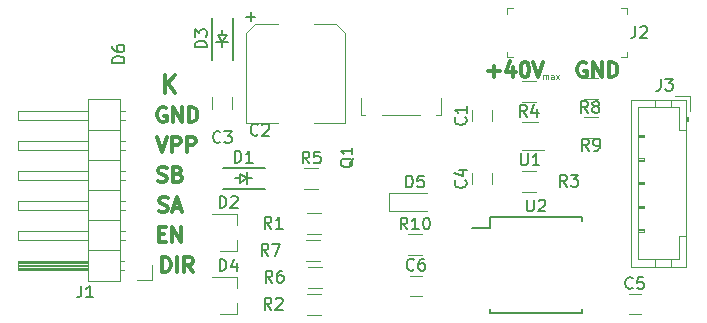
<source format=gbr>
G04 #@! TF.GenerationSoftware,KiCad,Pcbnew,(5.1.0)-1*
G04 #@! TF.CreationDate,2019-04-29T13:19:31-04:00*
G04 #@! TF.ProjectId,ifx9201sg-h-bridge-board,69667839-3230-4317-9367-2d682d627269,--*
G04 #@! TF.SameCoordinates,Original*
G04 #@! TF.FileFunction,Legend,Top*
G04 #@! TF.FilePolarity,Positive*
%FSLAX46Y46*%
G04 Gerber Fmt 4.6, Leading zero omitted, Abs format (unit mm)*
G04 Created by KiCad (PCBNEW (5.1.0)-1) date 2019-04-29 13:19:31*
%MOMM*%
%LPD*%
G04 APERTURE LIST*
%ADD10C,0.300000*%
%ADD11C,0.095250*%
%ADD12C,0.120000*%
%ADD13C,0.150000*%
%ADD14C,0.100000*%
G04 APERTURE END LIST*
D10*
X130417142Y-98468571D02*
X130417142Y-96968571D01*
X131274285Y-98468571D02*
X130631428Y-97611428D01*
X131274285Y-96968571D02*
X130417142Y-97825714D01*
D11*
X162414857Y-97257809D02*
X162414857Y-96919142D01*
X162414857Y-96967523D02*
X162439047Y-96943333D01*
X162487428Y-96919142D01*
X162560000Y-96919142D01*
X162608380Y-96943333D01*
X162632571Y-96991714D01*
X162632571Y-97257809D01*
X162632571Y-96991714D02*
X162656761Y-96943333D01*
X162705142Y-96919142D01*
X162777714Y-96919142D01*
X162826095Y-96943333D01*
X162850285Y-96991714D01*
X162850285Y-97257809D01*
X163309904Y-97257809D02*
X163309904Y-96991714D01*
X163285714Y-96943333D01*
X163237333Y-96919142D01*
X163140571Y-96919142D01*
X163092190Y-96943333D01*
X163309904Y-97233619D02*
X163261523Y-97257809D01*
X163140571Y-97257809D01*
X163092190Y-97233619D01*
X163068000Y-97185238D01*
X163068000Y-97136857D01*
X163092190Y-97088476D01*
X163140571Y-97064285D01*
X163261523Y-97064285D01*
X163309904Y-97040095D01*
X163503428Y-97257809D02*
X163769523Y-96919142D01*
X163503428Y-96919142D02*
X163769523Y-97257809D01*
D10*
X157782380Y-96610714D02*
X158750000Y-96610714D01*
X158266190Y-97094523D02*
X158266190Y-96126904D01*
X159899047Y-96247857D02*
X159899047Y-97094523D01*
X159596666Y-95764047D02*
X159294285Y-96671190D01*
X160080476Y-96671190D01*
X160806190Y-95824523D02*
X160927142Y-95824523D01*
X161048095Y-95885000D01*
X161108571Y-95945476D01*
X161169047Y-96066428D01*
X161229523Y-96308333D01*
X161229523Y-96610714D01*
X161169047Y-96852619D01*
X161108571Y-96973571D01*
X161048095Y-97034047D01*
X160927142Y-97094523D01*
X160806190Y-97094523D01*
X160685238Y-97034047D01*
X160624761Y-96973571D01*
X160564285Y-96852619D01*
X160503809Y-96610714D01*
X160503809Y-96308333D01*
X160564285Y-96066428D01*
X160624761Y-95945476D01*
X160685238Y-95885000D01*
X160806190Y-95824523D01*
X161592380Y-95824523D02*
X162015714Y-97094523D01*
X162439047Y-95824523D01*
X166037380Y-95885000D02*
X165916428Y-95824523D01*
X165735000Y-95824523D01*
X165553571Y-95885000D01*
X165432619Y-96005952D01*
X165372142Y-96126904D01*
X165311666Y-96368809D01*
X165311666Y-96550238D01*
X165372142Y-96792142D01*
X165432619Y-96913095D01*
X165553571Y-97034047D01*
X165735000Y-97094523D01*
X165855952Y-97094523D01*
X166037380Y-97034047D01*
X166097857Y-96973571D01*
X166097857Y-96550238D01*
X165855952Y-96550238D01*
X166642142Y-97094523D02*
X166642142Y-95824523D01*
X167367857Y-97094523D01*
X167367857Y-95824523D01*
X167972619Y-97094523D02*
X167972619Y-95824523D01*
X168275000Y-95824523D01*
X168456428Y-95885000D01*
X168577380Y-96005952D01*
X168637857Y-96126904D01*
X168698333Y-96368809D01*
X168698333Y-96550238D01*
X168637857Y-96792142D01*
X168577380Y-96913095D01*
X168456428Y-97034047D01*
X168275000Y-97094523D01*
X167972619Y-97094523D01*
X130175000Y-113604523D02*
X130175000Y-112334523D01*
X130477380Y-112334523D01*
X130658809Y-112395000D01*
X130779761Y-112515952D01*
X130840238Y-112636904D01*
X130900714Y-112878809D01*
X130900714Y-113060238D01*
X130840238Y-113302142D01*
X130779761Y-113423095D01*
X130658809Y-113544047D01*
X130477380Y-113604523D01*
X130175000Y-113604523D01*
X131445000Y-113604523D02*
X131445000Y-112334523D01*
X132775476Y-113604523D02*
X132352142Y-112999761D01*
X132049761Y-113604523D02*
X132049761Y-112334523D01*
X132533571Y-112334523D01*
X132654523Y-112395000D01*
X132715000Y-112455476D01*
X132775476Y-112576428D01*
X132775476Y-112757857D01*
X132715000Y-112878809D01*
X132654523Y-112939285D01*
X132533571Y-112999761D01*
X132049761Y-112999761D01*
X129872619Y-110399285D02*
X130295952Y-110399285D01*
X130477380Y-111064523D02*
X129872619Y-111064523D01*
X129872619Y-109794523D01*
X130477380Y-109794523D01*
X131021666Y-111064523D02*
X131021666Y-109794523D01*
X131747380Y-111064523D01*
X131747380Y-109794523D01*
X129902857Y-108464047D02*
X130084285Y-108524523D01*
X130386666Y-108524523D01*
X130507619Y-108464047D01*
X130568095Y-108403571D01*
X130628571Y-108282619D01*
X130628571Y-108161666D01*
X130568095Y-108040714D01*
X130507619Y-107980238D01*
X130386666Y-107919761D01*
X130144761Y-107859285D01*
X130023809Y-107798809D01*
X129963333Y-107738333D01*
X129902857Y-107617380D01*
X129902857Y-107496428D01*
X129963333Y-107375476D01*
X130023809Y-107315000D01*
X130144761Y-107254523D01*
X130447142Y-107254523D01*
X130628571Y-107315000D01*
X131112380Y-108161666D02*
X131717142Y-108161666D01*
X130991428Y-108524523D02*
X131414761Y-107254523D01*
X131838095Y-108524523D01*
X129812142Y-105924047D02*
X129993571Y-105984523D01*
X130295952Y-105984523D01*
X130416904Y-105924047D01*
X130477380Y-105863571D01*
X130537857Y-105742619D01*
X130537857Y-105621666D01*
X130477380Y-105500714D01*
X130416904Y-105440238D01*
X130295952Y-105379761D01*
X130054047Y-105319285D01*
X129933095Y-105258809D01*
X129872619Y-105198333D01*
X129812142Y-105077380D01*
X129812142Y-104956428D01*
X129872619Y-104835476D01*
X129933095Y-104775000D01*
X130054047Y-104714523D01*
X130356428Y-104714523D01*
X130537857Y-104775000D01*
X131505476Y-105319285D02*
X131686904Y-105379761D01*
X131747380Y-105440238D01*
X131807857Y-105561190D01*
X131807857Y-105742619D01*
X131747380Y-105863571D01*
X131686904Y-105924047D01*
X131565952Y-105984523D01*
X131082142Y-105984523D01*
X131082142Y-104714523D01*
X131505476Y-104714523D01*
X131626428Y-104775000D01*
X131686904Y-104835476D01*
X131747380Y-104956428D01*
X131747380Y-105077380D01*
X131686904Y-105198333D01*
X131626428Y-105258809D01*
X131505476Y-105319285D01*
X131082142Y-105319285D01*
X129751666Y-102174523D02*
X130175000Y-103444523D01*
X130598333Y-102174523D01*
X131021666Y-103444523D02*
X131021666Y-102174523D01*
X131505476Y-102174523D01*
X131626428Y-102235000D01*
X131686904Y-102295476D01*
X131747380Y-102416428D01*
X131747380Y-102597857D01*
X131686904Y-102718809D01*
X131626428Y-102779285D01*
X131505476Y-102839761D01*
X131021666Y-102839761D01*
X132291666Y-103444523D02*
X132291666Y-102174523D01*
X132775476Y-102174523D01*
X132896428Y-102235000D01*
X132956904Y-102295476D01*
X133017380Y-102416428D01*
X133017380Y-102597857D01*
X132956904Y-102718809D01*
X132896428Y-102779285D01*
X132775476Y-102839761D01*
X132291666Y-102839761D01*
X130477380Y-99695000D02*
X130356428Y-99634523D01*
X130175000Y-99634523D01*
X129993571Y-99695000D01*
X129872619Y-99815952D01*
X129812142Y-99936904D01*
X129751666Y-100178809D01*
X129751666Y-100360238D01*
X129812142Y-100602142D01*
X129872619Y-100723095D01*
X129993571Y-100844047D01*
X130175000Y-100904523D01*
X130295952Y-100904523D01*
X130477380Y-100844047D01*
X130537857Y-100783571D01*
X130537857Y-100360238D01*
X130295952Y-100360238D01*
X131082142Y-100904523D02*
X131082142Y-99634523D01*
X131807857Y-100904523D01*
X131807857Y-99634523D01*
X132412619Y-100904523D02*
X132412619Y-99634523D01*
X132715000Y-99634523D01*
X132896428Y-99695000D01*
X133017380Y-99815952D01*
X133077857Y-99936904D01*
X133138333Y-100178809D01*
X133138333Y-100360238D01*
X133077857Y-100602142D01*
X133017380Y-100723095D01*
X132896428Y-100844047D01*
X132715000Y-100904523D01*
X132412619Y-100904523D01*
D12*
X129286000Y-114300000D02*
X128016000Y-114300000D01*
X129286000Y-113030000D02*
X129286000Y-114300000D01*
X126973071Y-99950000D02*
X126576000Y-99950000D01*
X126973071Y-100710000D02*
X126576000Y-100710000D01*
X117916000Y-99950000D02*
X123916000Y-99950000D01*
X117916000Y-100710000D02*
X117916000Y-99950000D01*
X123916000Y-100710000D02*
X117916000Y-100710000D01*
X126576000Y-101600000D02*
X123916000Y-101600000D01*
X126973071Y-102490000D02*
X126576000Y-102490000D01*
X126973071Y-103250000D02*
X126576000Y-103250000D01*
X117916000Y-102490000D02*
X123916000Y-102490000D01*
X117916000Y-103250000D02*
X117916000Y-102490000D01*
X123916000Y-103250000D02*
X117916000Y-103250000D01*
X126576000Y-104140000D02*
X123916000Y-104140000D01*
X126973071Y-105030000D02*
X126576000Y-105030000D01*
X126973071Y-105790000D02*
X126576000Y-105790000D01*
X117916000Y-105030000D02*
X123916000Y-105030000D01*
X117916000Y-105790000D02*
X117916000Y-105030000D01*
X123916000Y-105790000D02*
X117916000Y-105790000D01*
X126576000Y-106680000D02*
X123916000Y-106680000D01*
X126973071Y-107570000D02*
X126576000Y-107570000D01*
X126973071Y-108330000D02*
X126576000Y-108330000D01*
X117916000Y-107570000D02*
X123916000Y-107570000D01*
X117916000Y-108330000D02*
X117916000Y-107570000D01*
X123916000Y-108330000D02*
X117916000Y-108330000D01*
X126576000Y-109220000D02*
X123916000Y-109220000D01*
X126973071Y-110110000D02*
X126576000Y-110110000D01*
X126973071Y-110870000D02*
X126576000Y-110870000D01*
X117916000Y-110110000D02*
X123916000Y-110110000D01*
X117916000Y-110870000D02*
X117916000Y-110110000D01*
X123916000Y-110870000D02*
X117916000Y-110870000D01*
X126576000Y-111760000D02*
X123916000Y-111760000D01*
X126906000Y-112650000D02*
X126576000Y-112650000D01*
X126906000Y-113410000D02*
X126576000Y-113410000D01*
X123916000Y-112750000D02*
X117916000Y-112750000D01*
X123916000Y-112870000D02*
X117916000Y-112870000D01*
X123916000Y-112990000D02*
X117916000Y-112990000D01*
X123916000Y-113110000D02*
X117916000Y-113110000D01*
X123916000Y-113230000D02*
X117916000Y-113230000D01*
X123916000Y-113350000D02*
X117916000Y-113350000D01*
X117916000Y-112650000D02*
X123916000Y-112650000D01*
X117916000Y-113410000D02*
X117916000Y-112650000D01*
X123916000Y-113410000D02*
X117916000Y-113410000D01*
X123916000Y-114360000D02*
X126576000Y-114360000D01*
X123916000Y-99000000D02*
X123916000Y-114360000D01*
X126576000Y-99000000D02*
X123916000Y-99000000D01*
X126576000Y-114360000D02*
X126576000Y-99000000D01*
X158076000Y-100850000D02*
X158076000Y-99850000D01*
X156376000Y-99850000D02*
X156376000Y-100850000D01*
X145668000Y-93344000D02*
X145668000Y-100964000D01*
X144908000Y-92584000D02*
X145668000Y-93344000D01*
X137288000Y-93344000D02*
X138048000Y-92584000D01*
X137288000Y-100964000D02*
X137288000Y-93344000D01*
X138048000Y-92584000D02*
X139968000Y-92584000D01*
X144908000Y-92584000D02*
X142988000Y-92584000D01*
X145668000Y-100964000D02*
X142988000Y-100964000D01*
X137288000Y-100964000D02*
X139968000Y-100964000D01*
X136105000Y-99794000D02*
X136105000Y-98794000D01*
X134405000Y-98794000D02*
X134405000Y-99794000D01*
X156376000Y-105184000D02*
X156376000Y-106184000D01*
X158076000Y-106184000D02*
X158076000Y-105184000D01*
X169660000Y-117182000D02*
X170660000Y-117182000D01*
X170660000Y-115482000D02*
X169660000Y-115482000D01*
X151138000Y-115658000D02*
X152138000Y-115658000D01*
X152138000Y-113958000D02*
X151138000Y-113958000D01*
D13*
X138830000Y-106564000D02*
X135290000Y-106564000D01*
X138830000Y-104764000D02*
X135290000Y-104764000D01*
X137347500Y-106172000D02*
X137347500Y-105156000D01*
X136712500Y-105283000D02*
X137347500Y-105664000D01*
X136712500Y-106045000D02*
X136712500Y-105283000D01*
X137347500Y-105664000D02*
X136712500Y-106045000D01*
X137728500Y-105664000D02*
X137347500Y-105664000D01*
X136712500Y-105664000D02*
X136331500Y-105664000D01*
D12*
X136523000Y-111816000D02*
X136523000Y-110886000D01*
X136523000Y-108656000D02*
X136523000Y-109586000D01*
X136523000Y-108656000D02*
X134363000Y-108656000D01*
X136523000Y-111816000D02*
X135063000Y-111816000D01*
D13*
X135255000Y-93532500D02*
X135255000Y-93151500D01*
X135255000Y-94548500D02*
X135255000Y-94167500D01*
X135255000Y-94167500D02*
X134874000Y-93532500D01*
X134874000Y-93532500D02*
X135636000Y-93532500D01*
X135636000Y-93532500D02*
X135255000Y-94167500D01*
X134747000Y-94167500D02*
X135763000Y-94167500D01*
X136155000Y-95650000D02*
X136155000Y-92110000D01*
X134355000Y-95650000D02*
X134355000Y-92110000D01*
D12*
X136523000Y-117150000D02*
X135063000Y-117150000D01*
X136523000Y-113990000D02*
X134363000Y-113990000D01*
X136523000Y-113990000D02*
X136523000Y-114920000D01*
X136523000Y-117150000D02*
X136523000Y-116220000D01*
X149358000Y-106946000D02*
X149358000Y-108446000D01*
X149358000Y-106946000D02*
X152558000Y-106946000D01*
X152558000Y-108446000D02*
X149358000Y-108446000D01*
D14*
X159325000Y-91245000D02*
X159325000Y-91745000D01*
X159325000Y-91245000D02*
X159825000Y-91245000D01*
X159325000Y-95445000D02*
X159325000Y-94945000D01*
X159325000Y-95445000D02*
X159825000Y-95445000D01*
X169525000Y-95445000D02*
X169025000Y-95445000D01*
X169525000Y-95445000D02*
X169525000Y-94945000D01*
X169525000Y-91245000D02*
X169525000Y-91745000D01*
X169525000Y-91245000D02*
X169025000Y-91245000D01*
D12*
X174820000Y-98742000D02*
X173570000Y-98742000D01*
X174820000Y-99992000D02*
X174820000Y-98742000D01*
X170420000Y-110092000D02*
X170920000Y-110092000D01*
X170920000Y-110192000D02*
X170420000Y-110192000D01*
X170920000Y-109992000D02*
X170920000Y-110192000D01*
X170420000Y-109992000D02*
X170920000Y-109992000D01*
X170420000Y-108092000D02*
X170920000Y-108092000D01*
X170920000Y-108192000D02*
X170420000Y-108192000D01*
X170920000Y-107992000D02*
X170920000Y-108192000D01*
X170420000Y-107992000D02*
X170920000Y-107992000D01*
X170420000Y-106092000D02*
X170920000Y-106092000D01*
X170920000Y-106192000D02*
X170420000Y-106192000D01*
X170920000Y-105992000D02*
X170920000Y-106192000D01*
X170420000Y-105992000D02*
X170920000Y-105992000D01*
X170420000Y-104092000D02*
X170920000Y-104092000D01*
X170920000Y-104192000D02*
X170420000Y-104192000D01*
X170920000Y-103992000D02*
X170920000Y-104192000D01*
X170420000Y-103992000D02*
X170920000Y-103992000D01*
X170420000Y-102092000D02*
X170920000Y-102092000D01*
X170920000Y-102192000D02*
X170420000Y-102192000D01*
X170920000Y-101992000D02*
X170920000Y-102192000D01*
X170420000Y-101992000D02*
X170920000Y-101992000D01*
X174620000Y-100792000D02*
X174620000Y-100492000D01*
X174720000Y-100492000D02*
X174520000Y-100492000D01*
X174720000Y-100792000D02*
X174720000Y-100492000D01*
X174520000Y-100792000D02*
X174720000Y-100792000D01*
X171920000Y-113142000D02*
X171920000Y-112542000D01*
X173220000Y-113142000D02*
X173220000Y-112542000D01*
X171920000Y-99042000D02*
X171920000Y-99642000D01*
X173220000Y-99042000D02*
X173220000Y-99642000D01*
X173920000Y-110592000D02*
X174520000Y-110592000D01*
X173920000Y-112542000D02*
X173920000Y-110592000D01*
X170420000Y-112542000D02*
X173920000Y-112542000D01*
X170420000Y-99642000D02*
X170420000Y-112542000D01*
X173920000Y-99642000D02*
X170420000Y-99642000D01*
X173920000Y-101592000D02*
X173920000Y-99642000D01*
X174520000Y-101592000D02*
X173920000Y-101592000D01*
X174520000Y-113142000D02*
X174520000Y-99042000D01*
X169820000Y-113142000D02*
X174520000Y-113142000D01*
X169820000Y-99042000D02*
X169820000Y-113142000D01*
X174520000Y-99042000D02*
X169820000Y-99042000D01*
X153768000Y-100350000D02*
X153368000Y-100350000D01*
X153768000Y-98850000D02*
X153768000Y-100350000D01*
X151968000Y-100350000D02*
X148768000Y-100350000D01*
X146968000Y-100350000D02*
X146968000Y-98850000D01*
X147318000Y-100350000D02*
X146968000Y-100350000D01*
X143649000Y-110354000D02*
X142449000Y-110354000D01*
X142449000Y-108594000D02*
X143649000Y-108594000D01*
X142449000Y-115452000D02*
X143649000Y-115452000D01*
X143649000Y-117212000D02*
X142449000Y-117212000D01*
X161810000Y-106798000D02*
X160610000Y-106798000D01*
X160610000Y-105038000D02*
X161810000Y-105038000D01*
X160610000Y-97418000D02*
X161810000Y-97418000D01*
X161810000Y-99178000D02*
X160610000Y-99178000D01*
X143395000Y-106544000D02*
X142195000Y-106544000D01*
X142195000Y-104784000D02*
X143395000Y-104784000D01*
X142529000Y-113166000D02*
X143729000Y-113166000D01*
X143729000Y-114926000D02*
X142529000Y-114926000D01*
X142355000Y-110880000D02*
X143555000Y-110880000D01*
X143555000Y-112640000D02*
X142355000Y-112640000D01*
X167050000Y-98924000D02*
X165850000Y-98924000D01*
X165850000Y-97164000D02*
X167050000Y-97164000D01*
X165850000Y-100466000D02*
X167050000Y-100466000D01*
X167050000Y-102226000D02*
X165850000Y-102226000D01*
X150958000Y-110372000D02*
X152158000Y-110372000D01*
X152158000Y-112132000D02*
X150958000Y-112132000D01*
X161990000Y-100948000D02*
X160590000Y-100948000D01*
X160590000Y-103268000D02*
X162490000Y-103268000D01*
D13*
X157923000Y-108949600D02*
X157923000Y-109904600D01*
X165673000Y-108949600D02*
X165673000Y-109304600D01*
X165673000Y-117059600D02*
X165673000Y-116704600D01*
X157923000Y-117059600D02*
X157923000Y-116704600D01*
X157923000Y-108949600D02*
X165673000Y-108949600D01*
X157923000Y-117059600D02*
X165673000Y-117059600D01*
X157923000Y-109904600D02*
X156398000Y-109904600D01*
X123297666Y-114752380D02*
X123297666Y-115466666D01*
X123250047Y-115609523D01*
X123154809Y-115704761D01*
X123011952Y-115752380D01*
X122916714Y-115752380D01*
X124297666Y-115752380D02*
X123726238Y-115752380D01*
X124011952Y-115752380D02*
X124011952Y-114752380D01*
X123916714Y-114895238D01*
X123821476Y-114990476D01*
X123726238Y-115038095D01*
X155833142Y-100516666D02*
X155880761Y-100564285D01*
X155928380Y-100707142D01*
X155928380Y-100802380D01*
X155880761Y-100945238D01*
X155785523Y-101040476D01*
X155690285Y-101088095D01*
X155499809Y-101135714D01*
X155356952Y-101135714D01*
X155166476Y-101088095D01*
X155071238Y-101040476D01*
X154976000Y-100945238D01*
X154928380Y-100802380D01*
X154928380Y-100707142D01*
X154976000Y-100564285D01*
X155023619Y-100516666D01*
X155928380Y-99564285D02*
X155928380Y-100135714D01*
X155928380Y-99850000D02*
X154928380Y-99850000D01*
X155071238Y-99945238D01*
X155166476Y-100040476D01*
X155214095Y-100135714D01*
X138263333Y-101957142D02*
X138215714Y-102004761D01*
X138072857Y-102052380D01*
X137977619Y-102052380D01*
X137834761Y-102004761D01*
X137739523Y-101909523D01*
X137691904Y-101814285D01*
X137644285Y-101623809D01*
X137644285Y-101480952D01*
X137691904Y-101290476D01*
X137739523Y-101195238D01*
X137834761Y-101100000D01*
X137977619Y-101052380D01*
X138072857Y-101052380D01*
X138215714Y-101100000D01*
X138263333Y-101147619D01*
X138644285Y-101147619D02*
X138691904Y-101100000D01*
X138787142Y-101052380D01*
X139025238Y-101052380D01*
X139120476Y-101100000D01*
X139168095Y-101147619D01*
X139215714Y-101242857D01*
X139215714Y-101338095D01*
X139168095Y-101480952D01*
X138596666Y-102052380D01*
X139215714Y-102052380D01*
X137649428Y-92374952D02*
X137649428Y-91613047D01*
X138030380Y-91994000D02*
X137268476Y-91994000D01*
X135088333Y-102592142D02*
X135040714Y-102639761D01*
X134897857Y-102687380D01*
X134802619Y-102687380D01*
X134659761Y-102639761D01*
X134564523Y-102544523D01*
X134516904Y-102449285D01*
X134469285Y-102258809D01*
X134469285Y-102115952D01*
X134516904Y-101925476D01*
X134564523Y-101830238D01*
X134659761Y-101735000D01*
X134802619Y-101687380D01*
X134897857Y-101687380D01*
X135040714Y-101735000D01*
X135088333Y-101782619D01*
X135421666Y-101687380D02*
X136040714Y-101687380D01*
X135707380Y-102068333D01*
X135850238Y-102068333D01*
X135945476Y-102115952D01*
X135993095Y-102163571D01*
X136040714Y-102258809D01*
X136040714Y-102496904D01*
X135993095Y-102592142D01*
X135945476Y-102639761D01*
X135850238Y-102687380D01*
X135564523Y-102687380D01*
X135469285Y-102639761D01*
X135421666Y-102592142D01*
X155833142Y-105850666D02*
X155880761Y-105898285D01*
X155928380Y-106041142D01*
X155928380Y-106136380D01*
X155880761Y-106279238D01*
X155785523Y-106374476D01*
X155690285Y-106422095D01*
X155499809Y-106469714D01*
X155356952Y-106469714D01*
X155166476Y-106422095D01*
X155071238Y-106374476D01*
X154976000Y-106279238D01*
X154928380Y-106136380D01*
X154928380Y-106041142D01*
X154976000Y-105898285D01*
X155023619Y-105850666D01*
X155261714Y-104993523D02*
X155928380Y-104993523D01*
X154880761Y-105231619D02*
X155595047Y-105469714D01*
X155595047Y-104850666D01*
X169993333Y-114939142D02*
X169945714Y-114986761D01*
X169802857Y-115034380D01*
X169707619Y-115034380D01*
X169564761Y-114986761D01*
X169469523Y-114891523D01*
X169421904Y-114796285D01*
X169374285Y-114605809D01*
X169374285Y-114462952D01*
X169421904Y-114272476D01*
X169469523Y-114177238D01*
X169564761Y-114082000D01*
X169707619Y-114034380D01*
X169802857Y-114034380D01*
X169945714Y-114082000D01*
X169993333Y-114129619D01*
X170898095Y-114034380D02*
X170421904Y-114034380D01*
X170374285Y-114510571D01*
X170421904Y-114462952D01*
X170517142Y-114415333D01*
X170755238Y-114415333D01*
X170850476Y-114462952D01*
X170898095Y-114510571D01*
X170945714Y-114605809D01*
X170945714Y-114843904D01*
X170898095Y-114939142D01*
X170850476Y-114986761D01*
X170755238Y-115034380D01*
X170517142Y-115034380D01*
X170421904Y-114986761D01*
X170374285Y-114939142D01*
X151471333Y-113387142D02*
X151423714Y-113434761D01*
X151280857Y-113482380D01*
X151185619Y-113482380D01*
X151042761Y-113434761D01*
X150947523Y-113339523D01*
X150899904Y-113244285D01*
X150852285Y-113053809D01*
X150852285Y-112910952D01*
X150899904Y-112720476D01*
X150947523Y-112625238D01*
X151042761Y-112530000D01*
X151185619Y-112482380D01*
X151280857Y-112482380D01*
X151423714Y-112530000D01*
X151471333Y-112577619D01*
X152328476Y-112482380D02*
X152138000Y-112482380D01*
X152042761Y-112530000D01*
X151995142Y-112577619D01*
X151899904Y-112720476D01*
X151852285Y-112910952D01*
X151852285Y-113291904D01*
X151899904Y-113387142D01*
X151947523Y-113434761D01*
X152042761Y-113482380D01*
X152233238Y-113482380D01*
X152328476Y-113434761D01*
X152376095Y-113387142D01*
X152423714Y-113291904D01*
X152423714Y-113053809D01*
X152376095Y-112958571D01*
X152328476Y-112910952D01*
X152233238Y-112863333D01*
X152042761Y-112863333D01*
X151947523Y-112910952D01*
X151899904Y-112958571D01*
X151852285Y-113053809D01*
X136291904Y-104338380D02*
X136291904Y-103338380D01*
X136530000Y-103338380D01*
X136672857Y-103386000D01*
X136768095Y-103481238D01*
X136815714Y-103576476D01*
X136863333Y-103766952D01*
X136863333Y-103909809D01*
X136815714Y-104100285D01*
X136768095Y-104195523D01*
X136672857Y-104290761D01*
X136530000Y-104338380D01*
X136291904Y-104338380D01*
X137815714Y-104338380D02*
X137244285Y-104338380D01*
X137530000Y-104338380D02*
X137530000Y-103338380D01*
X137434761Y-103481238D01*
X137339523Y-103576476D01*
X137244285Y-103624095D01*
X135024904Y-108188380D02*
X135024904Y-107188380D01*
X135263000Y-107188380D01*
X135405857Y-107236000D01*
X135501095Y-107331238D01*
X135548714Y-107426476D01*
X135596333Y-107616952D01*
X135596333Y-107759809D01*
X135548714Y-107950285D01*
X135501095Y-108045523D01*
X135405857Y-108140761D01*
X135263000Y-108188380D01*
X135024904Y-108188380D01*
X135977285Y-107283619D02*
X136024904Y-107236000D01*
X136120142Y-107188380D01*
X136358238Y-107188380D01*
X136453476Y-107236000D01*
X136501095Y-107283619D01*
X136548714Y-107378857D01*
X136548714Y-107474095D01*
X136501095Y-107616952D01*
X135929666Y-108188380D01*
X136548714Y-108188380D01*
X133929380Y-94588095D02*
X132929380Y-94588095D01*
X132929380Y-94350000D01*
X132977000Y-94207142D01*
X133072238Y-94111904D01*
X133167476Y-94064285D01*
X133357952Y-94016666D01*
X133500809Y-94016666D01*
X133691285Y-94064285D01*
X133786523Y-94111904D01*
X133881761Y-94207142D01*
X133929380Y-94350000D01*
X133929380Y-94588095D01*
X132929380Y-93683333D02*
X132929380Y-93064285D01*
X133310333Y-93397619D01*
X133310333Y-93254761D01*
X133357952Y-93159523D01*
X133405571Y-93111904D01*
X133500809Y-93064285D01*
X133738904Y-93064285D01*
X133834142Y-93111904D01*
X133881761Y-93159523D01*
X133929380Y-93254761D01*
X133929380Y-93540476D01*
X133881761Y-93635714D01*
X133834142Y-93683333D01*
X135024904Y-113522380D02*
X135024904Y-112522380D01*
X135263000Y-112522380D01*
X135405857Y-112570000D01*
X135501095Y-112665238D01*
X135548714Y-112760476D01*
X135596333Y-112950952D01*
X135596333Y-113093809D01*
X135548714Y-113284285D01*
X135501095Y-113379523D01*
X135405857Y-113474761D01*
X135263000Y-113522380D01*
X135024904Y-113522380D01*
X136453476Y-112855714D02*
X136453476Y-113522380D01*
X136215380Y-112474761D02*
X135977285Y-113189047D01*
X136596333Y-113189047D01*
X150819904Y-106448380D02*
X150819904Y-105448380D01*
X151058000Y-105448380D01*
X151200857Y-105496000D01*
X151296095Y-105591238D01*
X151343714Y-105686476D01*
X151391333Y-105876952D01*
X151391333Y-106019809D01*
X151343714Y-106210285D01*
X151296095Y-106305523D01*
X151200857Y-106400761D01*
X151058000Y-106448380D01*
X150819904Y-106448380D01*
X152296095Y-105448380D02*
X151819904Y-105448380D01*
X151772285Y-105924571D01*
X151819904Y-105876952D01*
X151915142Y-105829333D01*
X152153238Y-105829333D01*
X152248476Y-105876952D01*
X152296095Y-105924571D01*
X152343714Y-106019809D01*
X152343714Y-106257904D01*
X152296095Y-106353142D01*
X152248476Y-106400761D01*
X152153238Y-106448380D01*
X151915142Y-106448380D01*
X151819904Y-106400761D01*
X151772285Y-106353142D01*
X126944380Y-95901735D02*
X125944380Y-95901735D01*
X125944380Y-95663640D01*
X125992000Y-95520782D01*
X126087238Y-95425544D01*
X126182476Y-95377925D01*
X126372952Y-95330306D01*
X126515809Y-95330306D01*
X126706285Y-95377925D01*
X126801523Y-95425544D01*
X126896761Y-95520782D01*
X126944380Y-95663640D01*
X126944380Y-95901735D01*
X125944380Y-94473163D02*
X125944380Y-94663640D01*
X125992000Y-94758878D01*
X126039619Y-94806497D01*
X126182476Y-94901735D01*
X126372952Y-94949354D01*
X126753904Y-94949354D01*
X126849142Y-94901735D01*
X126896761Y-94854116D01*
X126944380Y-94758878D01*
X126944380Y-94568401D01*
X126896761Y-94473163D01*
X126849142Y-94425544D01*
X126753904Y-94377925D01*
X126515809Y-94377925D01*
X126420571Y-94425544D01*
X126372952Y-94473163D01*
X126325333Y-94568401D01*
X126325333Y-94758878D01*
X126372952Y-94854116D01*
X126420571Y-94901735D01*
X126515809Y-94949354D01*
X170227666Y-92797380D02*
X170227666Y-93511666D01*
X170180047Y-93654523D01*
X170084809Y-93749761D01*
X169941952Y-93797380D01*
X169846714Y-93797380D01*
X170656238Y-92892619D02*
X170703857Y-92845000D01*
X170799095Y-92797380D01*
X171037190Y-92797380D01*
X171132428Y-92845000D01*
X171180047Y-92892619D01*
X171227666Y-92987857D01*
X171227666Y-93083095D01*
X171180047Y-93225952D01*
X170608619Y-93797380D01*
X171227666Y-93797380D01*
X172386666Y-97242380D02*
X172386666Y-97956666D01*
X172339047Y-98099523D01*
X172243809Y-98194761D01*
X172100952Y-98242380D01*
X172005714Y-98242380D01*
X172767619Y-97242380D02*
X173386666Y-97242380D01*
X173053333Y-97623333D01*
X173196190Y-97623333D01*
X173291428Y-97670952D01*
X173339047Y-97718571D01*
X173386666Y-97813809D01*
X173386666Y-98051904D01*
X173339047Y-98147142D01*
X173291428Y-98194761D01*
X173196190Y-98242380D01*
X172910476Y-98242380D01*
X172815238Y-98194761D01*
X172767619Y-98147142D01*
X146365619Y-103981238D02*
X146318000Y-104076476D01*
X146222761Y-104171714D01*
X146079904Y-104314571D01*
X146032285Y-104409809D01*
X146032285Y-104505047D01*
X146270380Y-104457428D02*
X146222761Y-104552666D01*
X146127523Y-104647904D01*
X145937047Y-104695523D01*
X145603714Y-104695523D01*
X145413238Y-104647904D01*
X145318000Y-104552666D01*
X145270380Y-104457428D01*
X145270380Y-104266952D01*
X145318000Y-104171714D01*
X145413238Y-104076476D01*
X145603714Y-104028857D01*
X145937047Y-104028857D01*
X146127523Y-104076476D01*
X146222761Y-104171714D01*
X146270380Y-104266952D01*
X146270380Y-104457428D01*
X146270380Y-103076476D02*
X146270380Y-103647904D01*
X146270380Y-103362190D02*
X145270380Y-103362190D01*
X145413238Y-103457428D01*
X145508476Y-103552666D01*
X145556095Y-103647904D01*
X139406333Y-109926380D02*
X139073000Y-109450190D01*
X138834904Y-109926380D02*
X138834904Y-108926380D01*
X139215857Y-108926380D01*
X139311095Y-108974000D01*
X139358714Y-109021619D01*
X139406333Y-109116857D01*
X139406333Y-109259714D01*
X139358714Y-109354952D01*
X139311095Y-109402571D01*
X139215857Y-109450190D01*
X138834904Y-109450190D01*
X140358714Y-109926380D02*
X139787285Y-109926380D01*
X140073000Y-109926380D02*
X140073000Y-108926380D01*
X139977761Y-109069238D01*
X139882523Y-109164476D01*
X139787285Y-109212095D01*
X139406333Y-116784380D02*
X139073000Y-116308190D01*
X138834904Y-116784380D02*
X138834904Y-115784380D01*
X139215857Y-115784380D01*
X139311095Y-115832000D01*
X139358714Y-115879619D01*
X139406333Y-115974857D01*
X139406333Y-116117714D01*
X139358714Y-116212952D01*
X139311095Y-116260571D01*
X139215857Y-116308190D01*
X138834904Y-116308190D01*
X139787285Y-115879619D02*
X139834904Y-115832000D01*
X139930142Y-115784380D01*
X140168238Y-115784380D01*
X140263476Y-115832000D01*
X140311095Y-115879619D01*
X140358714Y-115974857D01*
X140358714Y-116070095D01*
X140311095Y-116212952D01*
X139739666Y-116784380D01*
X140358714Y-116784380D01*
X164425333Y-106370380D02*
X164092000Y-105894190D01*
X163853904Y-106370380D02*
X163853904Y-105370380D01*
X164234857Y-105370380D01*
X164330095Y-105418000D01*
X164377714Y-105465619D01*
X164425333Y-105560857D01*
X164425333Y-105703714D01*
X164377714Y-105798952D01*
X164330095Y-105846571D01*
X164234857Y-105894190D01*
X163853904Y-105894190D01*
X164758666Y-105370380D02*
X165377714Y-105370380D01*
X165044380Y-105751333D01*
X165187238Y-105751333D01*
X165282476Y-105798952D01*
X165330095Y-105846571D01*
X165377714Y-105941809D01*
X165377714Y-106179904D01*
X165330095Y-106275142D01*
X165282476Y-106322761D01*
X165187238Y-106370380D01*
X164901523Y-106370380D01*
X164806285Y-106322761D01*
X164758666Y-106275142D01*
X161043333Y-100450380D02*
X160710000Y-99974190D01*
X160471904Y-100450380D02*
X160471904Y-99450380D01*
X160852857Y-99450380D01*
X160948095Y-99498000D01*
X160995714Y-99545619D01*
X161043333Y-99640857D01*
X161043333Y-99783714D01*
X160995714Y-99878952D01*
X160948095Y-99926571D01*
X160852857Y-99974190D01*
X160471904Y-99974190D01*
X161900476Y-99783714D02*
X161900476Y-100450380D01*
X161662380Y-99402761D02*
X161424285Y-100117047D01*
X162043333Y-100117047D01*
X142628333Y-104416380D02*
X142295000Y-103940190D01*
X142056904Y-104416380D02*
X142056904Y-103416380D01*
X142437857Y-103416380D01*
X142533095Y-103464000D01*
X142580714Y-103511619D01*
X142628333Y-103606857D01*
X142628333Y-103749714D01*
X142580714Y-103844952D01*
X142533095Y-103892571D01*
X142437857Y-103940190D01*
X142056904Y-103940190D01*
X143533095Y-103416380D02*
X143056904Y-103416380D01*
X143009285Y-103892571D01*
X143056904Y-103844952D01*
X143152142Y-103797333D01*
X143390238Y-103797333D01*
X143485476Y-103844952D01*
X143533095Y-103892571D01*
X143580714Y-103987809D01*
X143580714Y-104225904D01*
X143533095Y-104321142D01*
X143485476Y-104368761D01*
X143390238Y-104416380D01*
X143152142Y-104416380D01*
X143056904Y-104368761D01*
X143009285Y-104321142D01*
X139486333Y-114498380D02*
X139153000Y-114022190D01*
X138914904Y-114498380D02*
X138914904Y-113498380D01*
X139295857Y-113498380D01*
X139391095Y-113546000D01*
X139438714Y-113593619D01*
X139486333Y-113688857D01*
X139486333Y-113831714D01*
X139438714Y-113926952D01*
X139391095Y-113974571D01*
X139295857Y-114022190D01*
X138914904Y-114022190D01*
X140343476Y-113498380D02*
X140153000Y-113498380D01*
X140057761Y-113546000D01*
X140010142Y-113593619D01*
X139914904Y-113736476D01*
X139867285Y-113926952D01*
X139867285Y-114307904D01*
X139914904Y-114403142D01*
X139962523Y-114450761D01*
X140057761Y-114498380D01*
X140248238Y-114498380D01*
X140343476Y-114450761D01*
X140391095Y-114403142D01*
X140438714Y-114307904D01*
X140438714Y-114069809D01*
X140391095Y-113974571D01*
X140343476Y-113926952D01*
X140248238Y-113879333D01*
X140057761Y-113879333D01*
X139962523Y-113926952D01*
X139914904Y-113974571D01*
X139867285Y-114069809D01*
X139152333Y-112212380D02*
X138819000Y-111736190D01*
X138580904Y-112212380D02*
X138580904Y-111212380D01*
X138961857Y-111212380D01*
X139057095Y-111260000D01*
X139104714Y-111307619D01*
X139152333Y-111402857D01*
X139152333Y-111545714D01*
X139104714Y-111640952D01*
X139057095Y-111688571D01*
X138961857Y-111736190D01*
X138580904Y-111736190D01*
X139485666Y-111212380D02*
X140152333Y-111212380D01*
X139723761Y-112212380D01*
X166203333Y-100147380D02*
X165870000Y-99671190D01*
X165631904Y-100147380D02*
X165631904Y-99147380D01*
X166012857Y-99147380D01*
X166108095Y-99195000D01*
X166155714Y-99242619D01*
X166203333Y-99337857D01*
X166203333Y-99480714D01*
X166155714Y-99575952D01*
X166108095Y-99623571D01*
X166012857Y-99671190D01*
X165631904Y-99671190D01*
X166774761Y-99575952D02*
X166679523Y-99528333D01*
X166631904Y-99480714D01*
X166584285Y-99385476D01*
X166584285Y-99337857D01*
X166631904Y-99242619D01*
X166679523Y-99195000D01*
X166774761Y-99147380D01*
X166965238Y-99147380D01*
X167060476Y-99195000D01*
X167108095Y-99242619D01*
X167155714Y-99337857D01*
X167155714Y-99385476D01*
X167108095Y-99480714D01*
X167060476Y-99528333D01*
X166965238Y-99575952D01*
X166774761Y-99575952D01*
X166679523Y-99623571D01*
X166631904Y-99671190D01*
X166584285Y-99766428D01*
X166584285Y-99956904D01*
X166631904Y-100052142D01*
X166679523Y-100099761D01*
X166774761Y-100147380D01*
X166965238Y-100147380D01*
X167060476Y-100099761D01*
X167108095Y-100052142D01*
X167155714Y-99956904D01*
X167155714Y-99766428D01*
X167108095Y-99671190D01*
X167060476Y-99623571D01*
X166965238Y-99575952D01*
X166283333Y-103322380D02*
X165950000Y-102846190D01*
X165711904Y-103322380D02*
X165711904Y-102322380D01*
X166092857Y-102322380D01*
X166188095Y-102370000D01*
X166235714Y-102417619D01*
X166283333Y-102512857D01*
X166283333Y-102655714D01*
X166235714Y-102750952D01*
X166188095Y-102798571D01*
X166092857Y-102846190D01*
X165711904Y-102846190D01*
X166759523Y-103322380D02*
X166950000Y-103322380D01*
X167045238Y-103274761D01*
X167092857Y-103227142D01*
X167188095Y-103084285D01*
X167235714Y-102893809D01*
X167235714Y-102512857D01*
X167188095Y-102417619D01*
X167140476Y-102370000D01*
X167045238Y-102322380D01*
X166854761Y-102322380D01*
X166759523Y-102370000D01*
X166711904Y-102417619D01*
X166664285Y-102512857D01*
X166664285Y-102750952D01*
X166711904Y-102846190D01*
X166759523Y-102893809D01*
X166854761Y-102941428D01*
X167045238Y-102941428D01*
X167140476Y-102893809D01*
X167188095Y-102846190D01*
X167235714Y-102750952D01*
X150915142Y-110004380D02*
X150581809Y-109528190D01*
X150343714Y-110004380D02*
X150343714Y-109004380D01*
X150724666Y-109004380D01*
X150819904Y-109052000D01*
X150867523Y-109099619D01*
X150915142Y-109194857D01*
X150915142Y-109337714D01*
X150867523Y-109432952D01*
X150819904Y-109480571D01*
X150724666Y-109528190D01*
X150343714Y-109528190D01*
X151867523Y-110004380D02*
X151296095Y-110004380D01*
X151581809Y-110004380D02*
X151581809Y-109004380D01*
X151486571Y-109147238D01*
X151391333Y-109242476D01*
X151296095Y-109290095D01*
X152486571Y-109004380D02*
X152581809Y-109004380D01*
X152677047Y-109052000D01*
X152724666Y-109099619D01*
X152772285Y-109194857D01*
X152819904Y-109385333D01*
X152819904Y-109623428D01*
X152772285Y-109813904D01*
X152724666Y-109909142D01*
X152677047Y-109956761D01*
X152581809Y-110004380D01*
X152486571Y-110004380D01*
X152391333Y-109956761D01*
X152343714Y-109909142D01*
X152296095Y-109813904D01*
X152248476Y-109623428D01*
X152248476Y-109385333D01*
X152296095Y-109194857D01*
X152343714Y-109099619D01*
X152391333Y-109052000D01*
X152486571Y-109004380D01*
X160528095Y-103560380D02*
X160528095Y-104369904D01*
X160575714Y-104465142D01*
X160623333Y-104512761D01*
X160718571Y-104560380D01*
X160909047Y-104560380D01*
X161004285Y-104512761D01*
X161051904Y-104465142D01*
X161099523Y-104369904D01*
X161099523Y-103560380D01*
X162099523Y-104560380D02*
X161528095Y-104560380D01*
X161813809Y-104560380D02*
X161813809Y-103560380D01*
X161718571Y-103703238D01*
X161623333Y-103798476D01*
X161528095Y-103846095D01*
X161036095Y-107476980D02*
X161036095Y-108286504D01*
X161083714Y-108381742D01*
X161131333Y-108429361D01*
X161226571Y-108476980D01*
X161417047Y-108476980D01*
X161512285Y-108429361D01*
X161559904Y-108381742D01*
X161607523Y-108286504D01*
X161607523Y-107476980D01*
X162036095Y-107572219D02*
X162083714Y-107524600D01*
X162178952Y-107476980D01*
X162417047Y-107476980D01*
X162512285Y-107524600D01*
X162559904Y-107572219D01*
X162607523Y-107667457D01*
X162607523Y-107762695D01*
X162559904Y-107905552D01*
X161988476Y-108476980D01*
X162607523Y-108476980D01*
M02*

</source>
